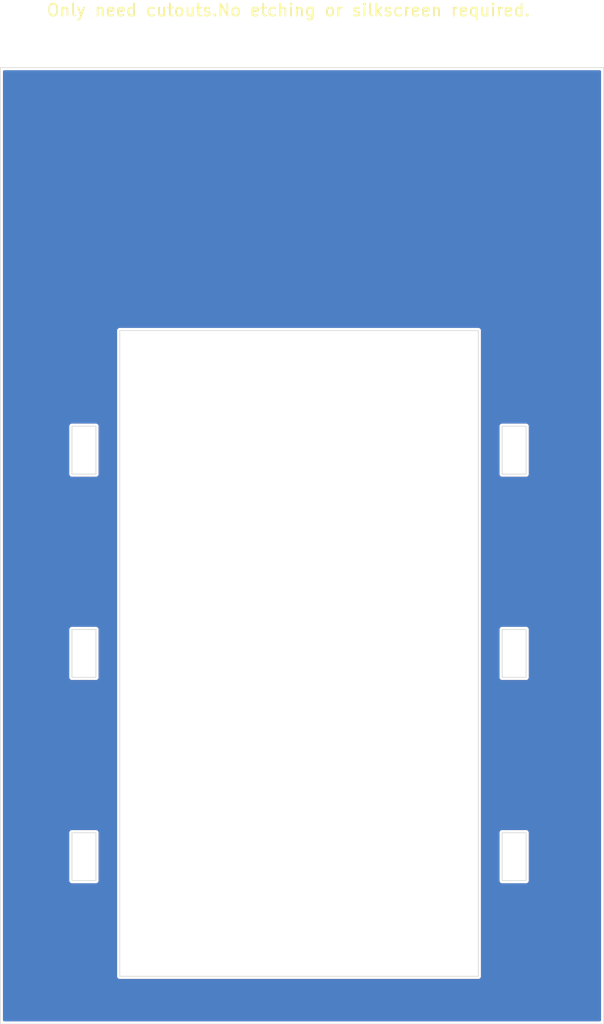
<source format=kicad_pcb>
(kicad_pcb (version 20171130) (host pcbnew "(5.1.9)-1")

  (general
    (thickness 1.6)
    (drawings 36)
    (tracks 0)
    (zones 0)
    (modules 0)
    (nets 1)
  )

  (page A4)
  (layers
    (0 F.Cu signal)
    (31 B.Cu signal)
    (33 F.Adhes user)
    (35 F.Paste user)
    (37 F.SilkS user)
    (38 B.Mask user)
    (39 F.Mask user)
    (40 Dwgs.User user)
    (41 Cmts.User user)
    (42 Eco1.User user)
    (43 Eco2.User user)
    (44 Edge.Cuts user)
    (45 Margin user)
    (46 B.CrtYd user)
    (47 F.CrtYd user)
    (49 F.Fab user)
  )

  (setup
    (last_trace_width 0.2)
    (user_trace_width 0.25)
    (user_trace_width 0.3)
    (user_trace_width 0.5)
    (user_trace_width 0.6)
    (user_trace_width 0.65)
    (user_trace_width 0.9)
    (user_trace_width 1)
    (user_trace_width 1.2)
    (user_trace_width 1.5)
    (user_trace_width 2)
    (trace_clearance 0.15)
    (zone_clearance 0.2)
    (zone_45_only no)
    (trace_min 0.2)
    (via_size 0.5)
    (via_drill 0.3)
    (via_min_size 0.3)
    (via_min_drill 0.26)
    (user_via 0.5 0.3)
    (user_via 0.5588 0.2794)
    (user_via 0.635 0.3048)
    (blind_buried_vias_allowed yes)
    (uvia_size 0.3)
    (uvia_drill 0.1)
    (uvias_allowed no)
    (uvia_min_size 0.2)
    (uvia_min_drill 0.1)
    (edge_width 0.05)
    (segment_width 0.2)
    (pcb_text_width 0.3)
    (pcb_text_size 1.5 1.5)
    (mod_edge_width 0.12)
    (mod_text_size 1 1)
    (mod_text_width 0.15)
    (pad_size 1.4 1.2)
    (pad_drill 0)
    (pad_to_mask_clearance 0.051)
    (solder_mask_min_width 0.15)
    (pad_to_paste_clearance_ratio -0.1)
    (aux_axis_origin 0 0)
    (visible_elements 7FFFFFFF)
    (pcbplotparams
      (layerselection 0x010fc_ffffffff)
      (usegerberextensions false)
      (usegerberattributes false)
      (usegerberadvancedattributes false)
      (creategerberjobfile false)
      (excludeedgelayer true)
      (linewidth 0.100000)
      (plotframeref false)
      (viasonmask false)
      (mode 1)
      (useauxorigin false)
      (hpglpennumber 1)
      (hpglpenspeed 20)
      (hpglpendiameter 15.000000)
      (psnegative false)
      (psa4output false)
      (plotreference true)
      (plotvalue false)
      (plotinvisibletext false)
      (padsonsilk false)
      (subtractmaskfromsilk false)
      (outputformat 1)
      (mirror false)
      (drillshape 0)
      (scaleselection 1)
      (outputdirectory "fab"))
  )

  (net 0 "")

  (net_class Default "This is the default net class."
    (clearance 0.15)
    (trace_width 0.2)
    (via_dia 0.5)
    (via_drill 0.3)
    (uvia_dia 0.3)
    (uvia_drill 0.1)
  )

  (gr_text "Only need cutouts.No etching or silkscreen required. " (at 134.5 25.2) (layer F.SilkS)
    (effects (font (size 1 1) (thickness 0.15)))
  )
  (gr_line (start 154 94) (end 152 94) (layer Edge.Cuts) (width 0.05) (tstamp 60560A9F))
  (gr_line (start 154 60) (end 154 64) (layer Edge.Cuts) (width 0.05) (tstamp 60560A9E))
  (gr_line (start 154 64) (end 152 64) (layer Edge.Cuts) (width 0.05) (tstamp 60560A9D))
  (gr_line (start 152 64) (end 152 60) (layer Edge.Cuts) (width 0.05) (tstamp 60560A9C))
  (gr_line (start 152 60) (end 154 60) (layer Edge.Cuts) (width 0.05) (tstamp 60560A9B))
  (gr_line (start 152 94) (end 152 98) (layer Edge.Cuts) (width 0.05) (tstamp 60560A9A))
  (gr_line (start 152 81) (end 152 77) (layer Edge.Cuts) (width 0.05) (tstamp 60560A99))
  (gr_line (start 152 98) (end 154 98) (layer Edge.Cuts) (width 0.05) (tstamp 60560A98))
  (gr_line (start 154 81) (end 152 81) (layer Edge.Cuts) (width 0.05) (tstamp 60560A97))
  (gr_line (start 154 98) (end 154 94) (layer Edge.Cuts) (width 0.05) (tstamp 60560A96))
  (gr_line (start 154 77) (end 154 81) (layer Edge.Cuts) (width 0.05) (tstamp 60560A95))
  (gr_line (start 152 77) (end 154 77) (layer Edge.Cuts) (width 0.05) (tstamp 60560A94))
  (gr_line (start 116 81) (end 116 77) (layer Edge.Cuts) (width 0.05) (tstamp 60560A8A))
  (gr_line (start 116 77) (end 118 77) (layer Edge.Cuts) (width 0.05) (tstamp 60560A87))
  (gr_line (start 118 77) (end 118 81) (layer Edge.Cuts) (width 0.05) (tstamp 60560A84))
  (gr_line (start 118 81) (end 116 81) (layer Edge.Cuts) (width 0.05) (tstamp 60560A8D))
  (gr_line (start 116 60) (end 116 64) (layer Edge.Cuts) (width 0.05) (tstamp 60560A2C))
  (gr_line (start 118 64) (end 118 60) (layer Edge.Cuts) (width 0.05) (tstamp 60560A2A))
  (gr_line (start 118 60) (end 116 60) (layer Edge.Cuts) (width 0.05) (tstamp 60560A29))
  (gr_line (start 116 64) (end 118 64) (layer Edge.Cuts) (width 0.05) (tstamp 605609FB))
  (gr_line (start 116 94) (end 118 94) (layer Edge.Cuts) (width 0.05) (tstamp 605609F4))
  (gr_line (start 116 98) (end 116 94) (layer Edge.Cuts) (width 0.05))
  (gr_line (start 118 98) (end 116 98) (layer Edge.Cuts) (width 0.05))
  (gr_line (start 118 94) (end 118 98) (layer Edge.Cuts) (width 0.05))
  (gr_line (start 160.5 30) (end 160.4 30) (layer Edge.Cuts) (width 0.05) (tstamp 605609DA))
  (gr_line (start 160.4 30) (end 160 30) (layer Edge.Cuts) (width 0.05) (tstamp 605609D9))
  (gr_line (start 120 52) (end 120 106) (layer Edge.Cuts) (width 0.05) (tstamp 605609BB))
  (gr_line (start 150 52) (end 120 52) (layer Edge.Cuts) (width 0.05))
  (gr_line (start 150 106) (end 150 52) (layer Edge.Cuts) (width 0.05))
  (gr_line (start 120 106) (end 150 106) (layer Edge.Cuts) (width 0.05))
  (gr_line (start 160 110) (end 110 110) (layer Edge.Cuts) (width 0.05) (tstamp 605609E7))
  (gr_line (start 160.5 30) (end 160.5 110) (layer Edge.Cuts) (width 0.05) (tstamp 605609E6))
  (gr_line (start 110 30) (end 160 30) (layer Edge.Cuts) (width 0.05) (tstamp 605609E5))
  (gr_line (start 110 110) (end 110 30) (layer Edge.Cuts) (width 0.05) (tstamp 605609E4))
  (gr_line (start 160.5 110) (end 160 110) (layer Edge.Cuts) (width 0.05) (tstamp 605609E3))

  (zone (net 0) (net_name "") (layer B.Cu) (tstamp 0) (hatch edge 0.508)
    (connect_pads (clearance 0.2))
    (min_thickness 0.254)
    (fill yes (arc_segments 32) (thermal_gap 0.508) (thermal_bridge_width 0.508))
    (polygon
      (pts
        (xy 160.5 110) (xy 110 110) (xy 110 30) (xy 160.5 30)
      )
    )
    (filled_polygon
      (pts
        (xy 160.148001 109.648) (xy 110.352 109.648) (xy 110.352 94) (xy 115.646297 94) (xy 115.648001 94.017302)
        (xy 115.648 97.982708) (xy 115.646297 98) (xy 115.653093 98.069004) (xy 115.673221 98.135356) (xy 115.705907 98.196507)
        (xy 115.749894 98.250106) (xy 115.803493 98.294093) (xy 115.864644 98.326779) (xy 115.930996 98.346907) (xy 116 98.353703)
        (xy 116.017291 98.352) (xy 117.982709 98.352) (xy 118 98.353703) (xy 118.069004 98.346907) (xy 118.135356 98.326779)
        (xy 118.196507 98.294093) (xy 118.250106 98.250106) (xy 118.294093 98.196507) (xy 118.326779 98.135356) (xy 118.346907 98.069004)
        (xy 118.352 98.017292) (xy 118.352 98.017291) (xy 118.353703 98) (xy 118.352 97.982708) (xy 118.352 94.017292)
        (xy 118.353703 94) (xy 118.346907 93.930996) (xy 118.326779 93.864644) (xy 118.294093 93.803493) (xy 118.250106 93.749894)
        (xy 118.196507 93.705907) (xy 118.135356 93.673221) (xy 118.069004 93.653093) (xy 118.017292 93.648) (xy 118.017291 93.648)
        (xy 118 93.646297) (xy 117.982708 93.648) (xy 116.017292 93.648) (xy 116 93.646297) (xy 115.982709 93.648)
        (xy 115.982708 93.648) (xy 115.930996 93.653093) (xy 115.864644 93.673221) (xy 115.803493 93.705907) (xy 115.749894 93.749894)
        (xy 115.705907 93.803493) (xy 115.673221 93.864644) (xy 115.653093 93.930996) (xy 115.646297 94) (xy 110.352 94)
        (xy 110.352 77) (xy 115.646297 77) (xy 115.648001 77.017302) (xy 115.648 80.982708) (xy 115.646297 81)
        (xy 115.653093 81.069004) (xy 115.673221 81.135356) (xy 115.705907 81.196507) (xy 115.749894 81.250106) (xy 115.803493 81.294093)
        (xy 115.864644 81.326779) (xy 115.930996 81.346907) (xy 116 81.353703) (xy 116.017291 81.352) (xy 117.982709 81.352)
        (xy 118 81.353703) (xy 118.069004 81.346907) (xy 118.135356 81.326779) (xy 118.196507 81.294093) (xy 118.250106 81.250106)
        (xy 118.294093 81.196507) (xy 118.326779 81.135356) (xy 118.346907 81.069004) (xy 118.352 81.017292) (xy 118.352 81.017291)
        (xy 118.353703 81) (xy 118.352 80.982708) (xy 118.352 77.017292) (xy 118.353703 77) (xy 118.346907 76.930996)
        (xy 118.326779 76.864644) (xy 118.294093 76.803493) (xy 118.250106 76.749894) (xy 118.196507 76.705907) (xy 118.135356 76.673221)
        (xy 118.069004 76.653093) (xy 118.017292 76.648) (xy 118.017291 76.648) (xy 118 76.646297) (xy 117.982708 76.648)
        (xy 116.017292 76.648) (xy 116 76.646297) (xy 115.982709 76.648) (xy 115.982708 76.648) (xy 115.930996 76.653093)
        (xy 115.864644 76.673221) (xy 115.803493 76.705907) (xy 115.749894 76.749894) (xy 115.705907 76.803493) (xy 115.673221 76.864644)
        (xy 115.653093 76.930996) (xy 115.646297 77) (xy 110.352 77) (xy 110.352 60) (xy 115.646297 60)
        (xy 115.648 60.017292) (xy 115.648001 63.982698) (xy 115.646297 64) (xy 115.653093 64.069004) (xy 115.673221 64.135356)
        (xy 115.705907 64.196507) (xy 115.749894 64.250106) (xy 115.803493 64.294093) (xy 115.864644 64.326779) (xy 115.930996 64.346907)
        (xy 115.982708 64.352) (xy 115.982709 64.352) (xy 116 64.353703) (xy 116.017292 64.352) (xy 117.982708 64.352)
        (xy 118 64.353703) (xy 118.017291 64.352) (xy 118.017292 64.352) (xy 118.069004 64.346907) (xy 118.135356 64.326779)
        (xy 118.196507 64.294093) (xy 118.250106 64.250106) (xy 118.294093 64.196507) (xy 118.326779 64.135356) (xy 118.346907 64.069004)
        (xy 118.353703 64) (xy 118.352 63.982708) (xy 118.352 60.017292) (xy 118.353703 60) (xy 118.346907 59.930996)
        (xy 118.326779 59.864644) (xy 118.294093 59.803493) (xy 118.250106 59.749894) (xy 118.196507 59.705907) (xy 118.135356 59.673221)
        (xy 118.069004 59.653093) (xy 118.017292 59.648) (xy 118 59.646297) (xy 117.982709 59.648) (xy 116.017291 59.648)
        (xy 116 59.646297) (xy 115.982708 59.648) (xy 115.930996 59.653093) (xy 115.864644 59.673221) (xy 115.803493 59.705907)
        (xy 115.749894 59.749894) (xy 115.705907 59.803493) (xy 115.673221 59.864644) (xy 115.653093 59.930996) (xy 115.646297 60)
        (xy 110.352 60) (xy 110.352 52) (xy 119.646297 52) (xy 119.648 52.017292) (xy 119.648001 105.982698)
        (xy 119.646297 106) (xy 119.653093 106.069004) (xy 119.673221 106.135356) (xy 119.705907 106.196507) (xy 119.749894 106.250106)
        (xy 119.803493 106.294093) (xy 119.864644 106.326779) (xy 119.930996 106.346907) (xy 119.982708 106.352) (xy 119.982709 106.352)
        (xy 120 106.353703) (xy 120.017292 106.352) (xy 149.982708 106.352) (xy 150 106.353703) (xy 150.017291 106.352)
        (xy 150.017292 106.352) (xy 150.069004 106.346907) (xy 150.135356 106.326779) (xy 150.196507 106.294093) (xy 150.250106 106.250106)
        (xy 150.294093 106.196507) (xy 150.326779 106.135356) (xy 150.346907 106.069004) (xy 150.353703 106) (xy 150.352 105.982708)
        (xy 150.352 94) (xy 151.646297 94) (xy 151.648 94.017292) (xy 151.648001 97.982698) (xy 151.646297 98)
        (xy 151.653093 98.069004) (xy 151.673221 98.135356) (xy 151.705907 98.196507) (xy 151.749894 98.250106) (xy 151.803493 98.294093)
        (xy 151.864644 98.326779) (xy 151.930996 98.346907) (xy 151.982708 98.352) (xy 151.982709 98.352) (xy 152 98.353703)
        (xy 152.017292 98.352) (xy 153.982708 98.352) (xy 154 98.353703) (xy 154.017291 98.352) (xy 154.017292 98.352)
        (xy 154.069004 98.346907) (xy 154.135356 98.326779) (xy 154.196507 98.294093) (xy 154.250106 98.250106) (xy 154.294093 98.196507)
        (xy 154.326779 98.135356) (xy 154.346907 98.069004) (xy 154.353703 98) (xy 154.352 97.982708) (xy 154.352 94.017292)
        (xy 154.353703 94) (xy 154.346907 93.930996) (xy 154.326779 93.864644) (xy 154.294093 93.803493) (xy 154.250106 93.749894)
        (xy 154.196507 93.705907) (xy 154.135356 93.673221) (xy 154.069004 93.653093) (xy 154.017292 93.648) (xy 154 93.646297)
        (xy 153.982709 93.648) (xy 152.017291 93.648) (xy 152 93.646297) (xy 151.982708 93.648) (xy 151.930996 93.653093)
        (xy 151.864644 93.673221) (xy 151.803493 93.705907) (xy 151.749894 93.749894) (xy 151.705907 93.803493) (xy 151.673221 93.864644)
        (xy 151.653093 93.930996) (xy 151.646297 94) (xy 150.352 94) (xy 150.352 77) (xy 151.646297 77)
        (xy 151.648001 77.017302) (xy 151.648 80.982708) (xy 151.646297 81) (xy 151.653093 81.069004) (xy 151.673221 81.135356)
        (xy 151.705907 81.196507) (xy 151.749894 81.250106) (xy 151.803493 81.294093) (xy 151.864644 81.326779) (xy 151.930996 81.346907)
        (xy 152 81.353703) (xy 152.017291 81.352) (xy 153.982709 81.352) (xy 154 81.353703) (xy 154.069004 81.346907)
        (xy 154.135356 81.326779) (xy 154.196507 81.294093) (xy 154.250106 81.250106) (xy 154.294093 81.196507) (xy 154.326779 81.135356)
        (xy 154.346907 81.069004) (xy 154.352 81.017292) (xy 154.352 81.017291) (xy 154.353703 81) (xy 154.352 80.982708)
        (xy 154.352 77.017292) (xy 154.353703 77) (xy 154.346907 76.930996) (xy 154.326779 76.864644) (xy 154.294093 76.803493)
        (xy 154.250106 76.749894) (xy 154.196507 76.705907) (xy 154.135356 76.673221) (xy 154.069004 76.653093) (xy 154.017292 76.648)
        (xy 154.017291 76.648) (xy 154 76.646297) (xy 153.982708 76.648) (xy 152.017292 76.648) (xy 152 76.646297)
        (xy 151.982709 76.648) (xy 151.982708 76.648) (xy 151.930996 76.653093) (xy 151.864644 76.673221) (xy 151.803493 76.705907)
        (xy 151.749894 76.749894) (xy 151.705907 76.803493) (xy 151.673221 76.864644) (xy 151.653093 76.930996) (xy 151.646297 77)
        (xy 150.352 77) (xy 150.352 60) (xy 151.646297 60) (xy 151.648001 60.017302) (xy 151.648 63.982708)
        (xy 151.646297 64) (xy 151.653093 64.069004) (xy 151.673221 64.135356) (xy 151.705907 64.196507) (xy 151.749894 64.250106)
        (xy 151.803493 64.294093) (xy 151.864644 64.326779) (xy 151.930996 64.346907) (xy 152 64.353703) (xy 152.017291 64.352)
        (xy 153.982709 64.352) (xy 154 64.353703) (xy 154.069004 64.346907) (xy 154.135356 64.326779) (xy 154.196507 64.294093)
        (xy 154.250106 64.250106) (xy 154.294093 64.196507) (xy 154.326779 64.135356) (xy 154.346907 64.069004) (xy 154.352 64.017292)
        (xy 154.352 64.017291) (xy 154.353703 64) (xy 154.352 63.982708) (xy 154.352 60.017292) (xy 154.353703 60)
        (xy 154.346907 59.930996) (xy 154.326779 59.864644) (xy 154.294093 59.803493) (xy 154.250106 59.749894) (xy 154.196507 59.705907)
        (xy 154.135356 59.673221) (xy 154.069004 59.653093) (xy 154.017292 59.648) (xy 154.017291 59.648) (xy 154 59.646297)
        (xy 153.982708 59.648) (xy 152.017292 59.648) (xy 152 59.646297) (xy 151.982709 59.648) (xy 151.982708 59.648)
        (xy 151.930996 59.653093) (xy 151.864644 59.673221) (xy 151.803493 59.705907) (xy 151.749894 59.749894) (xy 151.705907 59.803493)
        (xy 151.673221 59.864644) (xy 151.653093 59.930996) (xy 151.646297 60) (xy 150.352 60) (xy 150.352 52.017292)
        (xy 150.353703 52) (xy 150.346907 51.930996) (xy 150.326779 51.864644) (xy 150.294093 51.803493) (xy 150.250106 51.749894)
        (xy 150.196507 51.705907) (xy 150.135356 51.673221) (xy 150.069004 51.653093) (xy 150.017292 51.648) (xy 150 51.646297)
        (xy 149.982709 51.648) (xy 120.017291 51.648) (xy 120 51.646297) (xy 119.982708 51.648) (xy 119.930996 51.653093)
        (xy 119.864644 51.673221) (xy 119.803493 51.705907) (xy 119.749894 51.749894) (xy 119.705907 51.803493) (xy 119.673221 51.864644)
        (xy 119.653093 51.930996) (xy 119.646297 52) (xy 110.352 52) (xy 110.352 30.352) (xy 160.148 30.352)
      )
    )
  )
  (zone (net 0) (net_name "") (layer F.Cu) (tstamp 60560AFF) (hatch edge 0.508)
    (connect_pads (clearance 0.2))
    (min_thickness 0.254)
    (fill yes (arc_segments 32) (thermal_gap 0.508) (thermal_bridge_width 0.508))
    (polygon
      (pts
        (xy 160.5 110) (xy 110 110) (xy 110 30) (xy 160.5 30)
      )
    )
    (filled_polygon
      (pts
        (xy 160.148001 109.648) (xy 110.352 109.648) (xy 110.352 94) (xy 115.646297 94) (xy 115.648001 94.017302)
        (xy 115.648 97.982708) (xy 115.646297 98) (xy 115.653093 98.069004) (xy 115.673221 98.135356) (xy 115.705907 98.196507)
        (xy 115.749894 98.250106) (xy 115.803493 98.294093) (xy 115.864644 98.326779) (xy 115.930996 98.346907) (xy 116 98.353703)
        (xy 116.017291 98.352) (xy 117.982709 98.352) (xy 118 98.353703) (xy 118.069004 98.346907) (xy 118.135356 98.326779)
        (xy 118.196507 98.294093) (xy 118.250106 98.250106) (xy 118.294093 98.196507) (xy 118.326779 98.135356) (xy 118.346907 98.069004)
        (xy 118.352 98.017292) (xy 118.352 98.017291) (xy 118.353703 98) (xy 118.352 97.982708) (xy 118.352 94.017292)
        (xy 118.353703 94) (xy 118.346907 93.930996) (xy 118.326779 93.864644) (xy 118.294093 93.803493) (xy 118.250106 93.749894)
        (xy 118.196507 93.705907) (xy 118.135356 93.673221) (xy 118.069004 93.653093) (xy 118.017292 93.648) (xy 118.017291 93.648)
        (xy 118 93.646297) (xy 117.982708 93.648) (xy 116.017292 93.648) (xy 116 93.646297) (xy 115.982709 93.648)
        (xy 115.982708 93.648) (xy 115.930996 93.653093) (xy 115.864644 93.673221) (xy 115.803493 93.705907) (xy 115.749894 93.749894)
        (xy 115.705907 93.803493) (xy 115.673221 93.864644) (xy 115.653093 93.930996) (xy 115.646297 94) (xy 110.352 94)
        (xy 110.352 77) (xy 115.646297 77) (xy 115.648001 77.017302) (xy 115.648 80.982708) (xy 115.646297 81)
        (xy 115.653093 81.069004) (xy 115.673221 81.135356) (xy 115.705907 81.196507) (xy 115.749894 81.250106) (xy 115.803493 81.294093)
        (xy 115.864644 81.326779) (xy 115.930996 81.346907) (xy 116 81.353703) (xy 116.017291 81.352) (xy 117.982709 81.352)
        (xy 118 81.353703) (xy 118.069004 81.346907) (xy 118.135356 81.326779) (xy 118.196507 81.294093) (xy 118.250106 81.250106)
        (xy 118.294093 81.196507) (xy 118.326779 81.135356) (xy 118.346907 81.069004) (xy 118.352 81.017292) (xy 118.352 81.017291)
        (xy 118.353703 81) (xy 118.352 80.982708) (xy 118.352 77.017292) (xy 118.353703 77) (xy 118.346907 76.930996)
        (xy 118.326779 76.864644) (xy 118.294093 76.803493) (xy 118.250106 76.749894) (xy 118.196507 76.705907) (xy 118.135356 76.673221)
        (xy 118.069004 76.653093) (xy 118.017292 76.648) (xy 118.017291 76.648) (xy 118 76.646297) (xy 117.982708 76.648)
        (xy 116.017292 76.648) (xy 116 76.646297) (xy 115.982709 76.648) (xy 115.982708 76.648) (xy 115.930996 76.653093)
        (xy 115.864644 76.673221) (xy 115.803493 76.705907) (xy 115.749894 76.749894) (xy 115.705907 76.803493) (xy 115.673221 76.864644)
        (xy 115.653093 76.930996) (xy 115.646297 77) (xy 110.352 77) (xy 110.352 60) (xy 115.646297 60)
        (xy 115.648 60.017292) (xy 115.648001 63.982698) (xy 115.646297 64) (xy 115.653093 64.069004) (xy 115.673221 64.135356)
        (xy 115.705907 64.196507) (xy 115.749894 64.250106) (xy 115.803493 64.294093) (xy 115.864644 64.326779) (xy 115.930996 64.346907)
        (xy 115.982708 64.352) (xy 115.982709 64.352) (xy 116 64.353703) (xy 116.017292 64.352) (xy 117.982708 64.352)
        (xy 118 64.353703) (xy 118.017291 64.352) (xy 118.017292 64.352) (xy 118.069004 64.346907) (xy 118.135356 64.326779)
        (xy 118.196507 64.294093) (xy 118.250106 64.250106) (xy 118.294093 64.196507) (xy 118.326779 64.135356) (xy 118.346907 64.069004)
        (xy 118.353703 64) (xy 118.352 63.982708) (xy 118.352 60.017292) (xy 118.353703 60) (xy 118.346907 59.930996)
        (xy 118.326779 59.864644) (xy 118.294093 59.803493) (xy 118.250106 59.749894) (xy 118.196507 59.705907) (xy 118.135356 59.673221)
        (xy 118.069004 59.653093) (xy 118.017292 59.648) (xy 118 59.646297) (xy 117.982709 59.648) (xy 116.017291 59.648)
        (xy 116 59.646297) (xy 115.982708 59.648) (xy 115.930996 59.653093) (xy 115.864644 59.673221) (xy 115.803493 59.705907)
        (xy 115.749894 59.749894) (xy 115.705907 59.803493) (xy 115.673221 59.864644) (xy 115.653093 59.930996) (xy 115.646297 60)
        (xy 110.352 60) (xy 110.352 52) (xy 119.646297 52) (xy 119.648 52.017292) (xy 119.648001 105.982698)
        (xy 119.646297 106) (xy 119.653093 106.069004) (xy 119.673221 106.135356) (xy 119.705907 106.196507) (xy 119.749894 106.250106)
        (xy 119.803493 106.294093) (xy 119.864644 106.326779) (xy 119.930996 106.346907) (xy 119.982708 106.352) (xy 119.982709 106.352)
        (xy 120 106.353703) (xy 120.017292 106.352) (xy 149.982708 106.352) (xy 150 106.353703) (xy 150.017291 106.352)
        (xy 150.017292 106.352) (xy 150.069004 106.346907) (xy 150.135356 106.326779) (xy 150.196507 106.294093) (xy 150.250106 106.250106)
        (xy 150.294093 106.196507) (xy 150.326779 106.135356) (xy 150.346907 106.069004) (xy 150.353703 106) (xy 150.352 105.982708)
        (xy 150.352 94) (xy 151.646297 94) (xy 151.648 94.017292) (xy 151.648001 97.982698) (xy 151.646297 98)
        (xy 151.653093 98.069004) (xy 151.673221 98.135356) (xy 151.705907 98.196507) (xy 151.749894 98.250106) (xy 151.803493 98.294093)
        (xy 151.864644 98.326779) (xy 151.930996 98.346907) (xy 151.982708 98.352) (xy 151.982709 98.352) (xy 152 98.353703)
        (xy 152.017292 98.352) (xy 153.982708 98.352) (xy 154 98.353703) (xy 154.017291 98.352) (xy 154.017292 98.352)
        (xy 154.069004 98.346907) (xy 154.135356 98.326779) (xy 154.196507 98.294093) (xy 154.250106 98.250106) (xy 154.294093 98.196507)
        (xy 154.326779 98.135356) (xy 154.346907 98.069004) (xy 154.353703 98) (xy 154.352 97.982708) (xy 154.352 94.017292)
        (xy 154.353703 94) (xy 154.346907 93.930996) (xy 154.326779 93.864644) (xy 154.294093 93.803493) (xy 154.250106 93.749894)
        (xy 154.196507 93.705907) (xy 154.135356 93.673221) (xy 154.069004 93.653093) (xy 154.017292 93.648) (xy 154 93.646297)
        (xy 153.982709 93.648) (xy 152.017291 93.648) (xy 152 93.646297) (xy 151.982708 93.648) (xy 151.930996 93.653093)
        (xy 151.864644 93.673221) (xy 151.803493 93.705907) (xy 151.749894 93.749894) (xy 151.705907 93.803493) (xy 151.673221 93.864644)
        (xy 151.653093 93.930996) (xy 151.646297 94) (xy 150.352 94) (xy 150.352 77) (xy 151.646297 77)
        (xy 151.648001 77.017302) (xy 151.648 80.982708) (xy 151.646297 81) (xy 151.653093 81.069004) (xy 151.673221 81.135356)
        (xy 151.705907 81.196507) (xy 151.749894 81.250106) (xy 151.803493 81.294093) (xy 151.864644 81.326779) (xy 151.930996 81.346907)
        (xy 152 81.353703) (xy 152.017291 81.352) (xy 153.982709 81.352) (xy 154 81.353703) (xy 154.069004 81.346907)
        (xy 154.135356 81.326779) (xy 154.196507 81.294093) (xy 154.250106 81.250106) (xy 154.294093 81.196507) (xy 154.326779 81.135356)
        (xy 154.346907 81.069004) (xy 154.352 81.017292) (xy 154.352 81.017291) (xy 154.353703 81) (xy 154.352 80.982708)
        (xy 154.352 77.017292) (xy 154.353703 77) (xy 154.346907 76.930996) (xy 154.326779 76.864644) (xy 154.294093 76.803493)
        (xy 154.250106 76.749894) (xy 154.196507 76.705907) (xy 154.135356 76.673221) (xy 154.069004 76.653093) (xy 154.017292 76.648)
        (xy 154.017291 76.648) (xy 154 76.646297) (xy 153.982708 76.648) (xy 152.017292 76.648) (xy 152 76.646297)
        (xy 151.982709 76.648) (xy 151.982708 76.648) (xy 151.930996 76.653093) (xy 151.864644 76.673221) (xy 151.803493 76.705907)
        (xy 151.749894 76.749894) (xy 151.705907 76.803493) (xy 151.673221 76.864644) (xy 151.653093 76.930996) (xy 151.646297 77)
        (xy 150.352 77) (xy 150.352 60) (xy 151.646297 60) (xy 151.648001 60.017302) (xy 151.648 63.982708)
        (xy 151.646297 64) (xy 151.653093 64.069004) (xy 151.673221 64.135356) (xy 151.705907 64.196507) (xy 151.749894 64.250106)
        (xy 151.803493 64.294093) (xy 151.864644 64.326779) (xy 151.930996 64.346907) (xy 152 64.353703) (xy 152.017291 64.352)
        (xy 153.982709 64.352) (xy 154 64.353703) (xy 154.069004 64.346907) (xy 154.135356 64.326779) (xy 154.196507 64.294093)
        (xy 154.250106 64.250106) (xy 154.294093 64.196507) (xy 154.326779 64.135356) (xy 154.346907 64.069004) (xy 154.352 64.017292)
        (xy 154.352 64.017291) (xy 154.353703 64) (xy 154.352 63.982708) (xy 154.352 60.017292) (xy 154.353703 60)
        (xy 154.346907 59.930996) (xy 154.326779 59.864644) (xy 154.294093 59.803493) (xy 154.250106 59.749894) (xy 154.196507 59.705907)
        (xy 154.135356 59.673221) (xy 154.069004 59.653093) (xy 154.017292 59.648) (xy 154.017291 59.648) (xy 154 59.646297)
        (xy 153.982708 59.648) (xy 152.017292 59.648) (xy 152 59.646297) (xy 151.982709 59.648) (xy 151.982708 59.648)
        (xy 151.930996 59.653093) (xy 151.864644 59.673221) (xy 151.803493 59.705907) (xy 151.749894 59.749894) (xy 151.705907 59.803493)
        (xy 151.673221 59.864644) (xy 151.653093 59.930996) (xy 151.646297 60) (xy 150.352 60) (xy 150.352 52.017292)
        (xy 150.353703 52) (xy 150.346907 51.930996) (xy 150.326779 51.864644) (xy 150.294093 51.803493) (xy 150.250106 51.749894)
        (xy 150.196507 51.705907) (xy 150.135356 51.673221) (xy 150.069004 51.653093) (xy 150.017292 51.648) (xy 150 51.646297)
        (xy 149.982709 51.648) (xy 120.017291 51.648) (xy 120 51.646297) (xy 119.982708 51.648) (xy 119.930996 51.653093)
        (xy 119.864644 51.673221) (xy 119.803493 51.705907) (xy 119.749894 51.749894) (xy 119.705907 51.803493) (xy 119.673221 51.864644)
        (xy 119.653093 51.930996) (xy 119.646297 52) (xy 110.352 52) (xy 110.352 30.352) (xy 160.148 30.352)
      )
    )
  )
)

</source>
